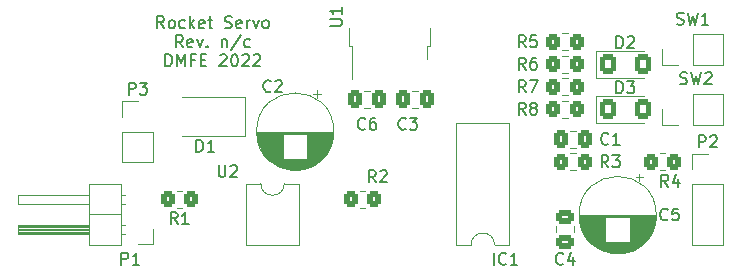
<source format=gto>
G04 #@! TF.GenerationSoftware,KiCad,Pcbnew,(6.0.7-1)-1*
G04 #@! TF.CreationDate,2022-09-25T23:08:59-07:00*
G04 #@! TF.ProjectId,RCSMCtrl,5243534d-4374-4726-9c2e-6b696361645f,n/c*
G04 #@! TF.SameCoordinates,Original*
G04 #@! TF.FileFunction,Legend,Top*
G04 #@! TF.FilePolarity,Positive*
%FSLAX46Y46*%
G04 Gerber Fmt 4.6, Leading zero omitted, Abs format (unit mm)*
G04 Created by KiCad (PCBNEW (6.0.7-1)-1) date 2022-09-25 23:08:59*
%MOMM*%
%LPD*%
G01*
G04 APERTURE LIST*
G04 Aperture macros list*
%AMRoundRect*
0 Rectangle with rounded corners*
0 $1 Rounding radius*
0 $2 $3 $4 $5 $6 $7 $8 $9 X,Y pos of 4 corners*
0 Add a 4 corners polygon primitive as box body*
4,1,4,$2,$3,$4,$5,$6,$7,$8,$9,$2,$3,0*
0 Add four circle primitives for the rounded corners*
1,1,$1+$1,$2,$3*
1,1,$1+$1,$4,$5*
1,1,$1+$1,$6,$7*
1,1,$1+$1,$8,$9*
0 Add four rect primitives between the rounded corners*
20,1,$1+$1,$2,$3,$4,$5,0*
20,1,$1+$1,$4,$5,$6,$7,0*
20,1,$1+$1,$6,$7,$8,$9,0*
20,1,$1+$1,$8,$9,$2,$3,0*%
G04 Aperture macros list end*
%ADD10C,0.150000*%
%ADD11C,0.120000*%
%ADD12RoundRect,0.250000X0.350000X0.450000X-0.350000X0.450000X-0.350000X-0.450000X0.350000X-0.450000X0*%
%ADD13R,2.500000X1.800000*%
%ADD14RoundRect,0.250000X-0.337500X-0.475000X0.337500X-0.475000X0.337500X0.475000X-0.337500X0.475000X0*%
%ADD15R,1.700000X1.700000*%
%ADD16O,1.700000X1.700000*%
%ADD17RoundRect,0.250001X-0.462499X-0.624999X0.462499X-0.624999X0.462499X0.624999X-0.462499X0.624999X0*%
%ADD18R,1.200000X2.200000*%
%ADD19R,5.800000X6.400000*%
%ADD20R,1.600000X1.600000*%
%ADD21C,1.600000*%
%ADD22C,3.200000*%
%ADD23RoundRect,0.250000X0.337500X0.475000X-0.337500X0.475000X-0.337500X-0.475000X0.337500X-0.475000X0*%
%ADD24R,2.400000X1.600000*%
%ADD25O,2.400000X1.600000*%
%ADD26RoundRect,0.250000X-0.475000X0.337500X-0.475000X-0.337500X0.475000X-0.337500X0.475000X0.337500X0*%
G04 APERTURE END LIST*
D10*
X96845952Y-76947380D02*
X96512619Y-76471190D01*
X96274523Y-76947380D02*
X96274523Y-75947380D01*
X96655476Y-75947380D01*
X96750714Y-75995000D01*
X96798333Y-76042619D01*
X96845952Y-76137857D01*
X96845952Y-76280714D01*
X96798333Y-76375952D01*
X96750714Y-76423571D01*
X96655476Y-76471190D01*
X96274523Y-76471190D01*
X97417380Y-76947380D02*
X97322142Y-76899761D01*
X97274523Y-76852142D01*
X97226904Y-76756904D01*
X97226904Y-76471190D01*
X97274523Y-76375952D01*
X97322142Y-76328333D01*
X97417380Y-76280714D01*
X97560238Y-76280714D01*
X97655476Y-76328333D01*
X97703095Y-76375952D01*
X97750714Y-76471190D01*
X97750714Y-76756904D01*
X97703095Y-76852142D01*
X97655476Y-76899761D01*
X97560238Y-76947380D01*
X97417380Y-76947380D01*
X98607857Y-76899761D02*
X98512619Y-76947380D01*
X98322142Y-76947380D01*
X98226904Y-76899761D01*
X98179285Y-76852142D01*
X98131666Y-76756904D01*
X98131666Y-76471190D01*
X98179285Y-76375952D01*
X98226904Y-76328333D01*
X98322142Y-76280714D01*
X98512619Y-76280714D01*
X98607857Y-76328333D01*
X99036428Y-76947380D02*
X99036428Y-75947380D01*
X99131666Y-76566428D02*
X99417380Y-76947380D01*
X99417380Y-76280714D02*
X99036428Y-76661666D01*
X100226904Y-76899761D02*
X100131666Y-76947380D01*
X99941190Y-76947380D01*
X99845952Y-76899761D01*
X99798333Y-76804523D01*
X99798333Y-76423571D01*
X99845952Y-76328333D01*
X99941190Y-76280714D01*
X100131666Y-76280714D01*
X100226904Y-76328333D01*
X100274523Y-76423571D01*
X100274523Y-76518809D01*
X99798333Y-76614047D01*
X100560238Y-76280714D02*
X100941190Y-76280714D01*
X100703095Y-75947380D02*
X100703095Y-76804523D01*
X100750714Y-76899761D01*
X100845952Y-76947380D01*
X100941190Y-76947380D01*
X101988809Y-76899761D02*
X102131666Y-76947380D01*
X102369761Y-76947380D01*
X102465000Y-76899761D01*
X102512619Y-76852142D01*
X102560238Y-76756904D01*
X102560238Y-76661666D01*
X102512619Y-76566428D01*
X102465000Y-76518809D01*
X102369761Y-76471190D01*
X102179285Y-76423571D01*
X102084047Y-76375952D01*
X102036428Y-76328333D01*
X101988809Y-76233095D01*
X101988809Y-76137857D01*
X102036428Y-76042619D01*
X102084047Y-75995000D01*
X102179285Y-75947380D01*
X102417380Y-75947380D01*
X102560238Y-75995000D01*
X103369761Y-76899761D02*
X103274523Y-76947380D01*
X103084047Y-76947380D01*
X102988809Y-76899761D01*
X102941190Y-76804523D01*
X102941190Y-76423571D01*
X102988809Y-76328333D01*
X103084047Y-76280714D01*
X103274523Y-76280714D01*
X103369761Y-76328333D01*
X103417380Y-76423571D01*
X103417380Y-76518809D01*
X102941190Y-76614047D01*
X103845952Y-76947380D02*
X103845952Y-76280714D01*
X103845952Y-76471190D02*
X103893571Y-76375952D01*
X103941190Y-76328333D01*
X104036428Y-76280714D01*
X104131666Y-76280714D01*
X104369761Y-76280714D02*
X104607857Y-76947380D01*
X104845952Y-76280714D01*
X105369761Y-76947380D02*
X105274523Y-76899761D01*
X105226904Y-76852142D01*
X105179285Y-76756904D01*
X105179285Y-76471190D01*
X105226904Y-76375952D01*
X105274523Y-76328333D01*
X105369761Y-76280714D01*
X105512619Y-76280714D01*
X105607857Y-76328333D01*
X105655476Y-76375952D01*
X105703095Y-76471190D01*
X105703095Y-76756904D01*
X105655476Y-76852142D01*
X105607857Y-76899761D01*
X105512619Y-76947380D01*
X105369761Y-76947380D01*
X98441190Y-78557380D02*
X98107857Y-78081190D01*
X97869761Y-78557380D02*
X97869761Y-77557380D01*
X98250714Y-77557380D01*
X98345952Y-77605000D01*
X98393571Y-77652619D01*
X98441190Y-77747857D01*
X98441190Y-77890714D01*
X98393571Y-77985952D01*
X98345952Y-78033571D01*
X98250714Y-78081190D01*
X97869761Y-78081190D01*
X99250714Y-78509761D02*
X99155476Y-78557380D01*
X98965000Y-78557380D01*
X98869761Y-78509761D01*
X98822142Y-78414523D01*
X98822142Y-78033571D01*
X98869761Y-77938333D01*
X98965000Y-77890714D01*
X99155476Y-77890714D01*
X99250714Y-77938333D01*
X99298333Y-78033571D01*
X99298333Y-78128809D01*
X98822142Y-78224047D01*
X99631666Y-77890714D02*
X99869761Y-78557380D01*
X100107857Y-77890714D01*
X100488809Y-78462142D02*
X100536428Y-78509761D01*
X100488809Y-78557380D01*
X100441190Y-78509761D01*
X100488809Y-78462142D01*
X100488809Y-78557380D01*
X101726904Y-77890714D02*
X101726904Y-78557380D01*
X101726904Y-77985952D02*
X101774523Y-77938333D01*
X101869761Y-77890714D01*
X102012619Y-77890714D01*
X102107857Y-77938333D01*
X102155476Y-78033571D01*
X102155476Y-78557380D01*
X103345952Y-77509761D02*
X102488809Y-78795476D01*
X104107857Y-78509761D02*
X104012619Y-78557380D01*
X103822142Y-78557380D01*
X103726904Y-78509761D01*
X103679285Y-78462142D01*
X103631666Y-78366904D01*
X103631666Y-78081190D01*
X103679285Y-77985952D01*
X103726904Y-77938333D01*
X103822142Y-77890714D01*
X104012619Y-77890714D01*
X104107857Y-77938333D01*
X96965000Y-80167380D02*
X96965000Y-79167380D01*
X97203095Y-79167380D01*
X97345952Y-79215000D01*
X97441190Y-79310238D01*
X97488809Y-79405476D01*
X97536428Y-79595952D01*
X97536428Y-79738809D01*
X97488809Y-79929285D01*
X97441190Y-80024523D01*
X97345952Y-80119761D01*
X97203095Y-80167380D01*
X96965000Y-80167380D01*
X97965000Y-80167380D02*
X97965000Y-79167380D01*
X98298333Y-79881666D01*
X98631666Y-79167380D01*
X98631666Y-80167380D01*
X99441190Y-79643571D02*
X99107857Y-79643571D01*
X99107857Y-80167380D02*
X99107857Y-79167380D01*
X99584047Y-79167380D01*
X99965000Y-79643571D02*
X100298333Y-79643571D01*
X100441190Y-80167380D02*
X99965000Y-80167380D01*
X99965000Y-79167380D01*
X100441190Y-79167380D01*
X101584047Y-79262619D02*
X101631666Y-79215000D01*
X101726904Y-79167380D01*
X101965000Y-79167380D01*
X102060238Y-79215000D01*
X102107857Y-79262619D01*
X102155476Y-79357857D01*
X102155476Y-79453095D01*
X102107857Y-79595952D01*
X101536428Y-80167380D01*
X102155476Y-80167380D01*
X102774523Y-79167380D02*
X102869761Y-79167380D01*
X102965000Y-79215000D01*
X103012619Y-79262619D01*
X103060238Y-79357857D01*
X103107857Y-79548333D01*
X103107857Y-79786428D01*
X103060238Y-79976904D01*
X103012619Y-80072142D01*
X102965000Y-80119761D01*
X102869761Y-80167380D01*
X102774523Y-80167380D01*
X102679285Y-80119761D01*
X102631666Y-80072142D01*
X102584047Y-79976904D01*
X102536428Y-79786428D01*
X102536428Y-79548333D01*
X102584047Y-79357857D01*
X102631666Y-79262619D01*
X102679285Y-79215000D01*
X102774523Y-79167380D01*
X103488809Y-79262619D02*
X103536428Y-79215000D01*
X103631666Y-79167380D01*
X103869761Y-79167380D01*
X103965000Y-79215000D01*
X104012619Y-79262619D01*
X104060238Y-79357857D01*
X104060238Y-79453095D01*
X104012619Y-79595952D01*
X103441190Y-80167380D01*
X104060238Y-80167380D01*
X104441190Y-79262619D02*
X104488809Y-79215000D01*
X104584047Y-79167380D01*
X104822142Y-79167380D01*
X104917380Y-79215000D01*
X104965000Y-79262619D01*
X105012619Y-79357857D01*
X105012619Y-79453095D01*
X104965000Y-79595952D01*
X104393571Y-80167380D01*
X105012619Y-80167380D01*
X127468333Y-80462380D02*
X127135000Y-79986190D01*
X126896904Y-80462380D02*
X126896904Y-79462380D01*
X127277857Y-79462380D01*
X127373095Y-79510000D01*
X127420714Y-79557619D01*
X127468333Y-79652857D01*
X127468333Y-79795714D01*
X127420714Y-79890952D01*
X127373095Y-79938571D01*
X127277857Y-79986190D01*
X126896904Y-79986190D01*
X128325476Y-79462380D02*
X128135000Y-79462380D01*
X128039761Y-79510000D01*
X127992142Y-79557619D01*
X127896904Y-79700476D01*
X127849285Y-79890952D01*
X127849285Y-80271904D01*
X127896904Y-80367142D01*
X127944523Y-80414761D01*
X128039761Y-80462380D01*
X128230238Y-80462380D01*
X128325476Y-80414761D01*
X128373095Y-80367142D01*
X128420714Y-80271904D01*
X128420714Y-80033809D01*
X128373095Y-79938571D01*
X128325476Y-79890952D01*
X128230238Y-79843333D01*
X128039761Y-79843333D01*
X127944523Y-79890952D01*
X127896904Y-79938571D01*
X127849285Y-80033809D01*
X99591904Y-87407380D02*
X99591904Y-86407380D01*
X99830000Y-86407380D01*
X99972857Y-86455000D01*
X100068095Y-86550238D01*
X100115714Y-86645476D01*
X100163333Y-86835952D01*
X100163333Y-86978809D01*
X100115714Y-87169285D01*
X100068095Y-87264523D01*
X99972857Y-87359761D01*
X99830000Y-87407380D01*
X99591904Y-87407380D01*
X101115714Y-87407380D02*
X100544285Y-87407380D01*
X100830000Y-87407380D02*
X100830000Y-86407380D01*
X100734761Y-86550238D01*
X100639523Y-86645476D01*
X100544285Y-86693095D01*
X113878333Y-85447142D02*
X113830714Y-85494761D01*
X113687857Y-85542380D01*
X113592619Y-85542380D01*
X113449761Y-85494761D01*
X113354523Y-85399523D01*
X113306904Y-85304285D01*
X113259285Y-85113809D01*
X113259285Y-84970952D01*
X113306904Y-84780476D01*
X113354523Y-84685238D01*
X113449761Y-84590000D01*
X113592619Y-84542380D01*
X113687857Y-84542380D01*
X113830714Y-84590000D01*
X113878333Y-84637619D01*
X114735476Y-84542380D02*
X114545000Y-84542380D01*
X114449761Y-84590000D01*
X114402142Y-84637619D01*
X114306904Y-84780476D01*
X114259285Y-84970952D01*
X114259285Y-85351904D01*
X114306904Y-85447142D01*
X114354523Y-85494761D01*
X114449761Y-85542380D01*
X114640238Y-85542380D01*
X114735476Y-85494761D01*
X114783095Y-85447142D01*
X114830714Y-85351904D01*
X114830714Y-85113809D01*
X114783095Y-85018571D01*
X114735476Y-84970952D01*
X114640238Y-84923333D01*
X114449761Y-84923333D01*
X114354523Y-84970952D01*
X114306904Y-85018571D01*
X114259285Y-85113809D01*
X93876904Y-82572380D02*
X93876904Y-81572380D01*
X94257857Y-81572380D01*
X94353095Y-81620000D01*
X94400714Y-81667619D01*
X94448333Y-81762857D01*
X94448333Y-81905714D01*
X94400714Y-82000952D01*
X94353095Y-82048571D01*
X94257857Y-82096190D01*
X93876904Y-82096190D01*
X94781666Y-81572380D02*
X95400714Y-81572380D01*
X95067380Y-81953333D01*
X95210238Y-81953333D01*
X95305476Y-82000952D01*
X95353095Y-82048571D01*
X95400714Y-82143809D01*
X95400714Y-82381904D01*
X95353095Y-82477142D01*
X95305476Y-82524761D01*
X95210238Y-82572380D01*
X94924523Y-82572380D01*
X94829285Y-82524761D01*
X94781666Y-82477142D01*
X135151904Y-82452380D02*
X135151904Y-81452380D01*
X135390000Y-81452380D01*
X135532857Y-81500000D01*
X135628095Y-81595238D01*
X135675714Y-81690476D01*
X135723333Y-81880952D01*
X135723333Y-82023809D01*
X135675714Y-82214285D01*
X135628095Y-82309523D01*
X135532857Y-82404761D01*
X135390000Y-82452380D01*
X135151904Y-82452380D01*
X136056666Y-81452380D02*
X136675714Y-81452380D01*
X136342380Y-81833333D01*
X136485238Y-81833333D01*
X136580476Y-81880952D01*
X136628095Y-81928571D01*
X136675714Y-82023809D01*
X136675714Y-82261904D01*
X136628095Y-82357142D01*
X136580476Y-82404761D01*
X136485238Y-82452380D01*
X136199523Y-82452380D01*
X136104285Y-82404761D01*
X136056666Y-82357142D01*
X139533333Y-90367380D02*
X139200000Y-89891190D01*
X138961904Y-90367380D02*
X138961904Y-89367380D01*
X139342857Y-89367380D01*
X139438095Y-89415000D01*
X139485714Y-89462619D01*
X139533333Y-89557857D01*
X139533333Y-89700714D01*
X139485714Y-89795952D01*
X139438095Y-89843571D01*
X139342857Y-89891190D01*
X138961904Y-89891190D01*
X140390476Y-89700714D02*
X140390476Y-90367380D01*
X140152380Y-89319761D02*
X139914285Y-90034047D01*
X140533333Y-90034047D01*
X127468333Y-78557380D02*
X127135000Y-78081190D01*
X126896904Y-78557380D02*
X126896904Y-77557380D01*
X127277857Y-77557380D01*
X127373095Y-77605000D01*
X127420714Y-77652619D01*
X127468333Y-77747857D01*
X127468333Y-77890714D01*
X127420714Y-77985952D01*
X127373095Y-78033571D01*
X127277857Y-78081190D01*
X126896904Y-78081190D01*
X128373095Y-77557380D02*
X127896904Y-77557380D01*
X127849285Y-78033571D01*
X127896904Y-77985952D01*
X127992142Y-77938333D01*
X128230238Y-77938333D01*
X128325476Y-77985952D01*
X128373095Y-78033571D01*
X128420714Y-78128809D01*
X128420714Y-78366904D01*
X128373095Y-78462142D01*
X128325476Y-78509761D01*
X128230238Y-78557380D01*
X127992142Y-78557380D01*
X127896904Y-78509761D01*
X127849285Y-78462142D01*
X110902380Y-76751904D02*
X111711904Y-76751904D01*
X111807142Y-76704285D01*
X111854761Y-76656666D01*
X111902380Y-76561428D01*
X111902380Y-76370952D01*
X111854761Y-76275714D01*
X111807142Y-76228095D01*
X111711904Y-76180476D01*
X110902380Y-76180476D01*
X111902380Y-75180476D02*
X111902380Y-75751904D01*
X111902380Y-75466190D02*
X110902380Y-75466190D01*
X111045238Y-75561428D01*
X111140476Y-75656666D01*
X111188095Y-75751904D01*
X135151904Y-78642380D02*
X135151904Y-77642380D01*
X135390000Y-77642380D01*
X135532857Y-77690000D01*
X135628095Y-77785238D01*
X135675714Y-77880476D01*
X135723333Y-78070952D01*
X135723333Y-78213809D01*
X135675714Y-78404285D01*
X135628095Y-78499523D01*
X135532857Y-78594761D01*
X135390000Y-78642380D01*
X135151904Y-78642380D01*
X136104285Y-77737619D02*
X136151904Y-77690000D01*
X136247142Y-77642380D01*
X136485238Y-77642380D01*
X136580476Y-77690000D01*
X136628095Y-77737619D01*
X136675714Y-77832857D01*
X136675714Y-77928095D01*
X136628095Y-78070952D01*
X136056666Y-78642380D01*
X136675714Y-78642380D01*
X134468333Y-88717380D02*
X134135000Y-88241190D01*
X133896904Y-88717380D02*
X133896904Y-87717380D01*
X134277857Y-87717380D01*
X134373095Y-87765000D01*
X134420714Y-87812619D01*
X134468333Y-87907857D01*
X134468333Y-88050714D01*
X134420714Y-88145952D01*
X134373095Y-88193571D01*
X134277857Y-88241190D01*
X133896904Y-88241190D01*
X134801666Y-87717380D02*
X135420714Y-87717380D01*
X135087380Y-88098333D01*
X135230238Y-88098333D01*
X135325476Y-88145952D01*
X135373095Y-88193571D01*
X135420714Y-88288809D01*
X135420714Y-88526904D01*
X135373095Y-88622142D01*
X135325476Y-88669761D01*
X135230238Y-88717380D01*
X134944523Y-88717380D01*
X134849285Y-88669761D01*
X134801666Y-88622142D01*
X139488333Y-93134763D02*
X139440714Y-93182382D01*
X139297857Y-93230001D01*
X139202619Y-93230001D01*
X139059761Y-93182382D01*
X138964523Y-93087144D01*
X138916904Y-92991906D01*
X138869285Y-92801430D01*
X138869285Y-92658573D01*
X138916904Y-92468097D01*
X138964523Y-92372859D01*
X139059761Y-92277621D01*
X139202619Y-92230001D01*
X139297857Y-92230001D01*
X139440714Y-92277621D01*
X139488333Y-92325240D01*
X140393095Y-92230001D02*
X139916904Y-92230001D01*
X139869285Y-92706192D01*
X139916904Y-92658573D01*
X140012142Y-92610954D01*
X140250238Y-92610954D01*
X140345476Y-92658573D01*
X140393095Y-92706192D01*
X140440714Y-92801430D01*
X140440714Y-93039525D01*
X140393095Y-93134763D01*
X140345476Y-93182382D01*
X140250238Y-93230001D01*
X140012142Y-93230001D01*
X139916904Y-93182382D01*
X139869285Y-93134763D01*
X142136904Y-87037380D02*
X142136904Y-86037380D01*
X142517857Y-86037380D01*
X142613095Y-86085000D01*
X142660714Y-86132619D01*
X142708333Y-86227857D01*
X142708333Y-86370714D01*
X142660714Y-86465952D01*
X142613095Y-86513571D01*
X142517857Y-86561190D01*
X142136904Y-86561190D01*
X143089285Y-86132619D02*
X143136904Y-86085000D01*
X143232142Y-86037380D01*
X143470238Y-86037380D01*
X143565476Y-86085000D01*
X143613095Y-86132619D01*
X143660714Y-86227857D01*
X143660714Y-86323095D01*
X143613095Y-86465952D01*
X143041666Y-87037380D01*
X143660714Y-87037380D01*
X140266666Y-76604761D02*
X140409523Y-76652380D01*
X140647619Y-76652380D01*
X140742857Y-76604761D01*
X140790476Y-76557142D01*
X140838095Y-76461904D01*
X140838095Y-76366666D01*
X140790476Y-76271428D01*
X140742857Y-76223809D01*
X140647619Y-76176190D01*
X140457142Y-76128571D01*
X140361904Y-76080952D01*
X140314285Y-76033333D01*
X140266666Y-75938095D01*
X140266666Y-75842857D01*
X140314285Y-75747619D01*
X140361904Y-75700000D01*
X140457142Y-75652380D01*
X140695238Y-75652380D01*
X140838095Y-75700000D01*
X141171428Y-75652380D02*
X141409523Y-76652380D01*
X141600000Y-75938095D01*
X141790476Y-76652380D01*
X142028571Y-75652380D01*
X142933333Y-76652380D02*
X142361904Y-76652380D01*
X142647619Y-76652380D02*
X142647619Y-75652380D01*
X142552380Y-75795238D01*
X142457142Y-75890476D01*
X142361904Y-75938095D01*
X140556666Y-81639761D02*
X140699523Y-81687380D01*
X140937619Y-81687380D01*
X141032857Y-81639761D01*
X141080476Y-81592142D01*
X141128095Y-81496904D01*
X141128095Y-81401666D01*
X141080476Y-81306428D01*
X141032857Y-81258809D01*
X140937619Y-81211190D01*
X140747142Y-81163571D01*
X140651904Y-81115952D01*
X140604285Y-81068333D01*
X140556666Y-80973095D01*
X140556666Y-80877857D01*
X140604285Y-80782619D01*
X140651904Y-80735000D01*
X140747142Y-80687380D01*
X140985238Y-80687380D01*
X141128095Y-80735000D01*
X141461428Y-80687380D02*
X141699523Y-81687380D01*
X141890000Y-80973095D01*
X142080476Y-81687380D01*
X142318571Y-80687380D01*
X142651904Y-80782619D02*
X142699523Y-80735000D01*
X142794761Y-80687380D01*
X143032857Y-80687380D01*
X143128095Y-80735000D01*
X143175714Y-80782619D01*
X143223333Y-80877857D01*
X143223333Y-80973095D01*
X143175714Y-81115952D01*
X142604285Y-81687380D01*
X143223333Y-81687380D01*
X117308333Y-85447142D02*
X117260714Y-85494761D01*
X117117857Y-85542380D01*
X117022619Y-85542380D01*
X116879761Y-85494761D01*
X116784523Y-85399523D01*
X116736904Y-85304285D01*
X116689285Y-85113809D01*
X116689285Y-84970952D01*
X116736904Y-84780476D01*
X116784523Y-84685238D01*
X116879761Y-84590000D01*
X117022619Y-84542380D01*
X117117857Y-84542380D01*
X117260714Y-84590000D01*
X117308333Y-84637619D01*
X117641666Y-84542380D02*
X118260714Y-84542380D01*
X117927380Y-84923333D01*
X118070238Y-84923333D01*
X118165476Y-84970952D01*
X118213095Y-85018571D01*
X118260714Y-85113809D01*
X118260714Y-85351904D01*
X118213095Y-85447142D01*
X118165476Y-85494761D01*
X118070238Y-85542380D01*
X117784523Y-85542380D01*
X117689285Y-85494761D01*
X117641666Y-85447142D01*
X134468333Y-86717142D02*
X134420714Y-86764761D01*
X134277857Y-86812380D01*
X134182619Y-86812380D01*
X134039761Y-86764761D01*
X133944523Y-86669523D01*
X133896904Y-86574285D01*
X133849285Y-86383809D01*
X133849285Y-86240952D01*
X133896904Y-86050476D01*
X133944523Y-85955238D01*
X134039761Y-85860000D01*
X134182619Y-85812380D01*
X134277857Y-85812380D01*
X134420714Y-85860000D01*
X134468333Y-85907619D01*
X135420714Y-86812380D02*
X134849285Y-86812380D01*
X135135000Y-86812380D02*
X135135000Y-85812380D01*
X135039761Y-85955238D01*
X134944523Y-86050476D01*
X134849285Y-86098095D01*
X101473095Y-88557380D02*
X101473095Y-89366904D01*
X101520714Y-89462142D01*
X101568333Y-89509761D01*
X101663571Y-89557380D01*
X101854047Y-89557380D01*
X101949285Y-89509761D01*
X101996904Y-89462142D01*
X102044523Y-89366904D01*
X102044523Y-88557380D01*
X102473095Y-88652619D02*
X102520714Y-88605000D01*
X102615952Y-88557380D01*
X102854047Y-88557380D01*
X102949285Y-88605000D01*
X102996904Y-88652619D01*
X103044523Y-88747857D01*
X103044523Y-88843095D01*
X102996904Y-88985952D01*
X102425476Y-89557380D01*
X103044523Y-89557380D01*
X93241904Y-96972380D02*
X93241904Y-95972380D01*
X93622857Y-95972380D01*
X93718095Y-96020000D01*
X93765714Y-96067619D01*
X93813333Y-96162857D01*
X93813333Y-96305714D01*
X93765714Y-96400952D01*
X93718095Y-96448571D01*
X93622857Y-96496190D01*
X93241904Y-96496190D01*
X94765714Y-96972380D02*
X94194285Y-96972380D01*
X94480000Y-96972380D02*
X94480000Y-95972380D01*
X94384761Y-96115238D01*
X94289523Y-96210476D01*
X94194285Y-96258095D01*
X130643333Y-96877142D02*
X130595714Y-96924761D01*
X130452857Y-96972380D01*
X130357619Y-96972380D01*
X130214761Y-96924761D01*
X130119523Y-96829523D01*
X130071904Y-96734285D01*
X130024285Y-96543809D01*
X130024285Y-96400952D01*
X130071904Y-96210476D01*
X130119523Y-96115238D01*
X130214761Y-96020000D01*
X130357619Y-95972380D01*
X130452857Y-95972380D01*
X130595714Y-96020000D01*
X130643333Y-96067619D01*
X131500476Y-96305714D02*
X131500476Y-96972380D01*
X131262380Y-95924761D02*
X131024285Y-96639047D01*
X131643333Y-96639047D01*
X127468333Y-82367380D02*
X127135000Y-81891190D01*
X126896904Y-82367380D02*
X126896904Y-81367380D01*
X127277857Y-81367380D01*
X127373095Y-81415000D01*
X127420714Y-81462619D01*
X127468333Y-81557857D01*
X127468333Y-81700714D01*
X127420714Y-81795952D01*
X127373095Y-81843571D01*
X127277857Y-81891190D01*
X126896904Y-81891190D01*
X127801666Y-81367380D02*
X128468333Y-81367380D01*
X128039761Y-82367380D01*
X114768333Y-89987380D02*
X114435000Y-89511190D01*
X114196904Y-89987380D02*
X114196904Y-88987380D01*
X114577857Y-88987380D01*
X114673095Y-89035000D01*
X114720714Y-89082619D01*
X114768333Y-89177857D01*
X114768333Y-89320714D01*
X114720714Y-89415952D01*
X114673095Y-89463571D01*
X114577857Y-89511190D01*
X114196904Y-89511190D01*
X115149285Y-89082619D02*
X115196904Y-89035000D01*
X115292142Y-88987380D01*
X115530238Y-88987380D01*
X115625476Y-89035000D01*
X115673095Y-89082619D01*
X115720714Y-89177857D01*
X115720714Y-89273095D01*
X115673095Y-89415952D01*
X115101666Y-89987380D01*
X115720714Y-89987380D01*
X97988333Y-93542380D02*
X97655000Y-93066190D01*
X97416904Y-93542380D02*
X97416904Y-92542380D01*
X97797857Y-92542380D01*
X97893095Y-92590000D01*
X97940714Y-92637619D01*
X97988333Y-92732857D01*
X97988333Y-92875714D01*
X97940714Y-92970952D01*
X97893095Y-93018571D01*
X97797857Y-93066190D01*
X97416904Y-93066190D01*
X98940714Y-93542380D02*
X98369285Y-93542380D01*
X98655000Y-93542380D02*
X98655000Y-92542380D01*
X98559761Y-92685238D01*
X98464523Y-92780476D01*
X98369285Y-92828095D01*
X124753809Y-96972380D02*
X124753809Y-95972380D01*
X125801428Y-96877142D02*
X125753809Y-96924761D01*
X125610952Y-96972380D01*
X125515714Y-96972380D01*
X125372857Y-96924761D01*
X125277619Y-96829523D01*
X125230000Y-96734285D01*
X125182380Y-96543809D01*
X125182380Y-96400952D01*
X125230000Y-96210476D01*
X125277619Y-96115238D01*
X125372857Y-96020000D01*
X125515714Y-95972380D01*
X125610952Y-95972380D01*
X125753809Y-96020000D01*
X125801428Y-96067619D01*
X126753809Y-96972380D02*
X126182380Y-96972380D01*
X126468095Y-96972380D02*
X126468095Y-95972380D01*
X126372857Y-96115238D01*
X126277619Y-96210476D01*
X126182380Y-96258095D01*
X105878333Y-82272142D02*
X105830714Y-82319761D01*
X105687857Y-82367380D01*
X105592619Y-82367380D01*
X105449761Y-82319761D01*
X105354523Y-82224523D01*
X105306904Y-82129285D01*
X105259285Y-81938809D01*
X105259285Y-81795952D01*
X105306904Y-81605476D01*
X105354523Y-81510238D01*
X105449761Y-81415000D01*
X105592619Y-81367380D01*
X105687857Y-81367380D01*
X105830714Y-81415000D01*
X105878333Y-81462619D01*
X106259285Y-81462619D02*
X106306904Y-81415000D01*
X106402142Y-81367380D01*
X106640238Y-81367380D01*
X106735476Y-81415000D01*
X106783095Y-81462619D01*
X106830714Y-81557857D01*
X106830714Y-81653095D01*
X106783095Y-81795952D01*
X106211666Y-82367380D01*
X106830714Y-82367380D01*
X127468333Y-84272380D02*
X127135000Y-83796190D01*
X126896904Y-84272380D02*
X126896904Y-83272380D01*
X127277857Y-83272380D01*
X127373095Y-83320000D01*
X127420714Y-83367619D01*
X127468333Y-83462857D01*
X127468333Y-83605714D01*
X127420714Y-83700952D01*
X127373095Y-83748571D01*
X127277857Y-83796190D01*
X126896904Y-83796190D01*
X128039761Y-83700952D02*
X127944523Y-83653333D01*
X127896904Y-83605714D01*
X127849285Y-83510476D01*
X127849285Y-83462857D01*
X127896904Y-83367619D01*
X127944523Y-83320000D01*
X128039761Y-83272380D01*
X128230238Y-83272380D01*
X128325476Y-83320000D01*
X128373095Y-83367619D01*
X128420714Y-83462857D01*
X128420714Y-83510476D01*
X128373095Y-83605714D01*
X128325476Y-83653333D01*
X128230238Y-83700952D01*
X128039761Y-83700952D01*
X127944523Y-83748571D01*
X127896904Y-83796190D01*
X127849285Y-83891428D01*
X127849285Y-84081904D01*
X127896904Y-84177142D01*
X127944523Y-84224761D01*
X128039761Y-84272380D01*
X128230238Y-84272380D01*
X128325476Y-84224761D01*
X128373095Y-84177142D01*
X128420714Y-84081904D01*
X128420714Y-83891428D01*
X128373095Y-83796190D01*
X128325476Y-83748571D01*
X128230238Y-83700952D01*
D11*
X131037064Y-80745000D02*
X130582936Y-80745000D01*
X131037064Y-79275000D02*
X130582936Y-79275000D01*
X103730000Y-86105000D02*
X98330000Y-86105000D01*
X103730000Y-82805000D02*
X98330000Y-82805000D01*
X103730000Y-86105000D02*
X103730000Y-82805000D01*
X113783748Y-82240000D02*
X114306252Y-82240000D01*
X113783748Y-83710000D02*
X114306252Y-83710000D01*
X93285000Y-84450000D02*
X93285000Y-83120000D01*
X95945000Y-85720000D02*
X95945000Y-88320000D01*
X93285000Y-85720000D02*
X93285000Y-88320000D01*
X93285000Y-88320000D02*
X95945000Y-88320000D01*
X93285000Y-83120000D02*
X94615000Y-83120000D01*
X93285000Y-85720000D02*
X95945000Y-85720000D01*
X137490000Y-82685000D02*
X133430000Y-82685000D01*
X133430000Y-82685000D02*
X133430000Y-84955000D01*
X133430000Y-84955000D02*
X137490000Y-84955000D01*
X139292064Y-87530000D02*
X138837936Y-87530000D01*
X139292064Y-89000000D02*
X138837936Y-89000000D01*
X131037064Y-77370000D02*
X130582936Y-77370000D01*
X131037064Y-78840000D02*
X130582936Y-78840000D01*
X119130000Y-78460000D02*
X119130000Y-79560000D01*
X112500000Y-78460000D02*
X112770000Y-78460000D01*
X119400000Y-78460000D02*
X119130000Y-78460000D01*
X112770000Y-78460000D02*
X112770000Y-81290000D01*
X112500000Y-76960000D02*
X112500000Y-78460000D01*
X119400000Y-76960000D02*
X119400000Y-78460000D01*
X133430000Y-81145000D02*
X137490000Y-81145000D01*
X137490000Y-78875000D02*
X133430000Y-78875000D01*
X133430000Y-78875000D02*
X133430000Y-81145000D01*
X131687064Y-87530000D02*
X131232936Y-87530000D01*
X131687064Y-89000000D02*
X131232936Y-89000000D01*
X137409000Y-89592380D02*
X136779000Y-89592380D01*
X137997000Y-94498621D02*
X136295000Y-94498621D01*
X138466000Y-93137621D02*
X136295000Y-93137621D01*
X136314000Y-95858621D02*
X134196000Y-95858621D01*
X134215000Y-93137621D02*
X132044000Y-93137621D01*
X138341000Y-93738621D02*
X136295000Y-93738621D01*
X138316000Y-93818621D02*
X136295000Y-93818621D01*
X138437000Y-93337621D02*
X136295000Y-93337621D01*
X134215000Y-94298621D02*
X132399000Y-94298621D01*
X138483000Y-92897621D02*
X132027000Y-92897621D01*
X134215000Y-93257621D02*
X132060000Y-93257621D01*
X134215000Y-94378621D02*
X132443000Y-94378621D01*
X137891000Y-94658621D02*
X136295000Y-94658621D01*
X134215000Y-94698621D02*
X132648000Y-94698621D01*
X138485000Y-92857621D02*
X132025000Y-92857621D01*
X137560000Y-95058621D02*
X136295000Y-95058621D01*
X137945000Y-94578621D02*
X136295000Y-94578621D01*
X138479000Y-92977621D02*
X132031000Y-92977621D01*
X134215000Y-94938621D02*
X132839000Y-94938621D01*
X138045000Y-94418621D02*
X136295000Y-94418621D01*
X137437000Y-95178621D02*
X133073000Y-95178621D01*
X137479000Y-95138621D02*
X133031000Y-95138621D01*
X137089000Y-95458621D02*
X133421000Y-95458621D01*
X134215000Y-93778621D02*
X132181000Y-93778621D01*
X136195000Y-95898621D02*
X134315000Y-95898621D01*
X135657000Y-96018621D02*
X134853000Y-96018621D01*
X137739000Y-94858621D02*
X136295000Y-94858621D01*
X136764000Y-95658621D02*
X133746000Y-95658621D01*
X138365000Y-93658621D02*
X136295000Y-93658621D01*
X137392000Y-95218621D02*
X133118000Y-95218621D01*
X134215000Y-94178621D02*
X132339000Y-94178621D01*
X138302000Y-93858621D02*
X136295000Y-93858621D01*
X138414000Y-93457621D02*
X136295000Y-93457621D01*
X138353000Y-93698621D02*
X136295000Y-93698621D01*
X138422000Y-93417621D02*
X136295000Y-93417621D01*
X134215000Y-94578621D02*
X132565000Y-94578621D01*
X137598000Y-95018621D02*
X136295000Y-95018621D01*
X138089000Y-94338621D02*
X136295000Y-94338621D01*
X134215000Y-93738621D02*
X132169000Y-93738621D01*
X134215000Y-93498621D02*
X132105000Y-93498621D01*
X136517000Y-95778621D02*
X133993000Y-95778621D01*
X134215000Y-93097621D02*
X132040000Y-93097621D01*
X136836000Y-95618621D02*
X133674000Y-95618621D01*
X138171000Y-94178621D02*
X136295000Y-94178621D01*
X134215000Y-94058621D02*
X132285000Y-94058621D01*
X136969000Y-95538621D02*
X133541000Y-95538621D01*
X134215000Y-95058621D02*
X132950000Y-95058621D01*
X137520000Y-95098621D02*
X132990000Y-95098621D01*
X138111000Y-94298621D02*
X136295000Y-94298621D01*
X137671000Y-94938621D02*
X136295000Y-94938621D01*
X138430000Y-93377621D02*
X136295000Y-93377621D01*
X137833000Y-94738621D02*
X136295000Y-94738621D01*
X137145000Y-95418621D02*
X133365000Y-95418621D01*
X138207000Y-94098621D02*
X136295000Y-94098621D01*
X134215000Y-93057621D02*
X132037000Y-93057621D01*
X138386000Y-93578621D02*
X136295000Y-93578621D01*
X138456000Y-93217621D02*
X136295000Y-93217621D01*
X134215000Y-93658621D02*
X132145000Y-93658621D01*
X137705000Y-94898621D02*
X136295000Y-94898621D01*
X137347000Y-95258621D02*
X133163000Y-95258621D01*
X137250000Y-95338621D02*
X133260000Y-95338621D01*
X134215000Y-94538621D02*
X132539000Y-94538621D01*
X138461000Y-93177621D02*
X136295000Y-93177621D01*
X138477000Y-93017621D02*
X136295000Y-93017621D01*
X134215000Y-93978621D02*
X132253000Y-93978621D01*
X138329000Y-93778621D02*
X136295000Y-93778621D01*
X134215000Y-93818621D02*
X132194000Y-93818621D01*
X134215000Y-94778621D02*
X132707000Y-94778621D01*
X134215000Y-93578621D02*
X132124000Y-93578621D01*
X134215000Y-93898621D02*
X132222000Y-93898621D01*
X134215000Y-93457621D02*
X132096000Y-93457621D01*
X134215000Y-93698621D02*
X132157000Y-93698621D01*
X136905000Y-95578621D02*
X133605000Y-95578621D01*
X137299000Y-95298621D02*
X133211000Y-95298621D01*
X134215000Y-94618621D02*
X132591000Y-94618621D01*
X138225000Y-94058621D02*
X136295000Y-94058621D01*
X134215000Y-95018621D02*
X132912000Y-95018621D01*
X138396000Y-93538621D02*
X136295000Y-93538621D01*
X134215000Y-94218621D02*
X132359000Y-94218621D01*
X134215000Y-94658621D02*
X132619000Y-94658621D01*
X137971000Y-94538621D02*
X136295000Y-94538621D01*
X138189000Y-94138621D02*
X136295000Y-94138621D01*
X134215000Y-94498621D02*
X132513000Y-94498621D01*
X134215000Y-93618621D02*
X132134000Y-93618621D01*
X137635000Y-94978621D02*
X136295000Y-94978621D01*
X138067000Y-94378621D02*
X136295000Y-94378621D01*
X134215000Y-93417621D02*
X132088000Y-93417621D01*
X134215000Y-93177621D02*
X132049000Y-93177621D01*
X138131000Y-94258621D02*
X136295000Y-94258621D01*
X134215000Y-94138621D02*
X132321000Y-94138621D01*
X134215000Y-94338621D02*
X132421000Y-94338621D01*
X134215000Y-94858621D02*
X132771000Y-94858621D01*
X134215000Y-94418621D02*
X132465000Y-94418621D01*
X134215000Y-93297621D02*
X132066000Y-93297621D01*
X138485000Y-92777621D02*
X132025000Y-92777621D01*
X138273000Y-93938621D02*
X136295000Y-93938621D01*
X134215000Y-94098621D02*
X132303000Y-94098621D01*
X138021000Y-94458621D02*
X136295000Y-94458621D01*
X135888000Y-95978621D02*
X134622000Y-95978621D01*
X137031000Y-95498621D02*
X133479000Y-95498621D01*
X138288000Y-93898621D02*
X136295000Y-93898621D01*
X138257000Y-93978621D02*
X136295000Y-93978621D01*
X138241000Y-94018621D02*
X136295000Y-94018621D01*
X137919000Y-94618621D02*
X136295000Y-94618621D01*
X134215000Y-94978621D02*
X132875000Y-94978621D01*
X134215000Y-93017621D02*
X132033000Y-93017621D01*
X138470000Y-93097621D02*
X136295000Y-93097621D01*
X138473000Y-93057621D02*
X136295000Y-93057621D01*
X136420000Y-95818621D02*
X134090000Y-95818621D01*
X137199000Y-95378621D02*
X133311000Y-95378621D01*
X134215000Y-93858621D02*
X132208000Y-93858621D01*
X138482000Y-92937621D02*
X132028000Y-92937621D01*
X134215000Y-93938621D02*
X132237000Y-93938621D01*
X136605000Y-95738621D02*
X133905000Y-95738621D01*
X134215000Y-94018621D02*
X132269000Y-94018621D01*
X137803000Y-94778621D02*
X136295000Y-94778621D01*
X134215000Y-93217621D02*
X132054000Y-93217621D01*
X134215000Y-93337621D02*
X132073000Y-93337621D01*
X136057000Y-95938621D02*
X134453000Y-95938621D01*
X134215000Y-93377621D02*
X132080000Y-93377621D01*
X138405000Y-93498621D02*
X136295000Y-93498621D01*
X134215000Y-94458621D02*
X132489000Y-94458621D01*
X134215000Y-94818621D02*
X132739000Y-94818621D01*
X138485000Y-92817621D02*
X132025000Y-92817621D01*
X136687000Y-95698621D02*
X133823000Y-95698621D01*
X138444000Y-93297621D02*
X136295000Y-93297621D01*
X137771000Y-94818621D02*
X136295000Y-94818621D01*
X138450000Y-93257621D02*
X136295000Y-93257621D01*
X134215000Y-94738621D02*
X132677000Y-94738621D01*
X137094000Y-89277380D02*
X137094000Y-89907380D01*
X138151000Y-94218621D02*
X136295000Y-94218621D01*
X134215000Y-94898621D02*
X132805000Y-94898621D01*
X137862000Y-94698621D02*
X136295000Y-94698621D01*
X134215000Y-93538621D02*
X132114000Y-93538621D01*
X134215000Y-94258621D02*
X132379000Y-94258621D01*
X138376000Y-93618621D02*
X136295000Y-93618621D01*
X138525000Y-92777621D02*
G75*
G03*
X138525000Y-92777621I-3270000J0D01*
G01*
X141545000Y-90185000D02*
X141545000Y-95325000D01*
X141545000Y-95325000D02*
X144205000Y-95325000D01*
X141545000Y-90185000D02*
X144205000Y-90185000D01*
X141545000Y-87585000D02*
X142875000Y-87585000D01*
X144205000Y-90185000D02*
X144205000Y-95325000D01*
X141545000Y-88915000D02*
X141545000Y-87585000D01*
X141600000Y-80070000D02*
X141600000Y-77410000D01*
X144200000Y-80070000D02*
X144200000Y-77410000D01*
X140330000Y-80070000D02*
X139000000Y-80070000D01*
X139000000Y-80070000D02*
X139000000Y-78740000D01*
X141600000Y-77410000D02*
X144200000Y-77410000D01*
X141600000Y-80070000D02*
X144200000Y-80070000D01*
X139000000Y-85150000D02*
X139000000Y-83820000D01*
X141600000Y-85150000D02*
X141600000Y-82490000D01*
X144200000Y-85150000D02*
X144200000Y-82490000D01*
X141600000Y-82490000D02*
X144200000Y-82490000D01*
X141600000Y-85150000D02*
X144200000Y-85150000D01*
X140330000Y-85150000D02*
X139000000Y-85150000D01*
X118348752Y-82240000D02*
X117826248Y-82240000D01*
X118348752Y-83710000D02*
X117826248Y-83710000D01*
X131198748Y-87095000D02*
X131721252Y-87095000D01*
X131198748Y-85625000D02*
X131721252Y-85625000D01*
X103780000Y-95305000D02*
X108280000Y-95305000D01*
X103780000Y-90105000D02*
X103780000Y-95305000D01*
X108280000Y-95305000D02*
X108280000Y-90105000D01*
X108280000Y-90105000D02*
X107030000Y-90105000D01*
X105030000Y-90105000D02*
X103780000Y-90105000D01*
X105030000Y-90105000D02*
G75*
G03*
X107030000Y-90105000I1000000J0D01*
G01*
X95885000Y-93980000D02*
X95885000Y-95250000D01*
X90515000Y-93820000D02*
X84515000Y-93820000D01*
X93175000Y-90110000D02*
X90515000Y-90110000D01*
X90515000Y-93700000D02*
X84515000Y-93700000D01*
X90515000Y-94300000D02*
X84515000Y-94300000D01*
X93572071Y-91060000D02*
X93175000Y-91060000D01*
X84515000Y-91820000D02*
X84515000Y-91060000D01*
X84515000Y-91060000D02*
X90515000Y-91060000D01*
X90515000Y-94060000D02*
X84515000Y-94060000D01*
X93505000Y-93600000D02*
X93175000Y-93600000D01*
X84515000Y-93600000D02*
X90515000Y-93600000D01*
X93572071Y-91820000D02*
X93175000Y-91820000D01*
X93175000Y-92710000D02*
X90515000Y-92710000D01*
X93505000Y-94360000D02*
X93175000Y-94360000D01*
X93175000Y-95310000D02*
X93175000Y-90110000D01*
X90515000Y-94180000D02*
X84515000Y-94180000D01*
X90515000Y-94360000D02*
X84515000Y-94360000D01*
X90515000Y-93940000D02*
X84515000Y-93940000D01*
X95885000Y-95250000D02*
X94615000Y-95250000D01*
X90515000Y-90110000D02*
X90515000Y-95310000D01*
X84515000Y-94360000D02*
X84515000Y-93600000D01*
X90515000Y-95310000D02*
X93175000Y-95310000D01*
X90515000Y-91820000D02*
X84515000Y-91820000D01*
X130075000Y-93718748D02*
X130075000Y-94241252D01*
X131545000Y-93718748D02*
X131545000Y-94241252D01*
X131037064Y-81180000D02*
X130582936Y-81180000D01*
X131037064Y-82650000D02*
X130582936Y-82650000D01*
X113892064Y-92175000D02*
X113437936Y-92175000D01*
X113892064Y-90705000D02*
X113437936Y-90705000D01*
X98382064Y-90705000D02*
X97927936Y-90705000D01*
X98382064Y-92175000D02*
X97927936Y-92175000D01*
X121590000Y-95300000D02*
X122840000Y-95300000D01*
X126090000Y-85020000D02*
X121590000Y-85020000D01*
X121590000Y-85020000D02*
X121590000Y-95300000D01*
X124840000Y-95300000D02*
X126090000Y-95300000D01*
X126090000Y-95300000D02*
X126090000Y-85020000D01*
X124840000Y-95300000D02*
G75*
G03*
X122840000Y-95300000I-1000000J0D01*
G01*
X110087000Y-88146000D02*
X105813000Y-88146000D01*
X109945000Y-88266000D02*
X105955000Y-88266000D01*
X106910000Y-86626000D02*
X104852000Y-86626000D01*
X106910000Y-86946000D02*
X104964000Y-86946000D01*
X106910000Y-86105000D02*
X104744000Y-86105000D01*
X109664000Y-88466000D02*
X106236000Y-88466000D01*
X109459000Y-88586000D02*
X106441000Y-88586000D01*
X106910000Y-87066000D02*
X105016000Y-87066000D01*
X106910000Y-87746000D02*
X105434000Y-87746000D01*
X110557000Y-87626000D02*
X108990000Y-87626000D01*
X111117000Y-86345000D02*
X108990000Y-86345000D01*
X109600000Y-88506000D02*
X106300000Y-88506000D01*
X111100000Y-86426000D02*
X108990000Y-86426000D01*
X106910000Y-87306000D02*
X105138000Y-87306000D01*
X106910000Y-87506000D02*
X105260000Y-87506000D01*
X106910000Y-86706000D02*
X104876000Y-86706000D01*
X109300000Y-88666000D02*
X106600000Y-88666000D01*
X110614000Y-87546000D02*
X108990000Y-87546000D01*
X111178000Y-85825000D02*
X104722000Y-85825000D01*
X110666000Y-87466000D02*
X108990000Y-87466000D01*
X106910000Y-86265000D02*
X104768000Y-86265000D01*
X110884000Y-87066000D02*
X108990000Y-87066000D01*
X110936000Y-86946000D02*
X108990000Y-86946000D01*
X106910000Y-87906000D02*
X105570000Y-87906000D01*
X109009000Y-88786000D02*
X106891000Y-88786000D01*
X110174000Y-88066000D02*
X105726000Y-88066000D01*
X106910000Y-86145000D02*
X104749000Y-86145000D01*
X109784000Y-88386000D02*
X106116000Y-88386000D01*
X106910000Y-86986000D02*
X104980000Y-86986000D01*
X106910000Y-87426000D02*
X105208000Y-87426000D01*
X109789000Y-82204759D02*
X109789000Y-82834759D01*
X110255000Y-87986000D02*
X108990000Y-87986000D01*
X109115000Y-88746000D02*
X106785000Y-88746000D01*
X106910000Y-86746000D02*
X104889000Y-86746000D01*
X108583000Y-88906000D02*
X107317000Y-88906000D01*
X110330000Y-87906000D02*
X108990000Y-87906000D01*
X109894000Y-88306000D02*
X106006000Y-88306000D01*
X106910000Y-87626000D02*
X105343000Y-87626000D01*
X106910000Y-86466000D02*
X104809000Y-86466000D01*
X106910000Y-86345000D02*
X104783000Y-86345000D01*
X106910000Y-87666000D02*
X105372000Y-87666000D01*
X106910000Y-86826000D02*
X104917000Y-86826000D01*
X111180000Y-85785000D02*
X104720000Y-85785000D01*
X109531000Y-88546000D02*
X106369000Y-88546000D01*
X106910000Y-87986000D02*
X105645000Y-87986000D01*
X106910000Y-86866000D02*
X104932000Y-86866000D01*
X110692000Y-87426000D02*
X108990000Y-87426000D01*
X110640000Y-87506000D02*
X108990000Y-87506000D01*
X110920000Y-86986000D02*
X108990000Y-86986000D01*
X106910000Y-87386000D02*
X105184000Y-87386000D01*
X111139000Y-86225000D02*
X108990000Y-86225000D01*
X106910000Y-87346000D02*
X105160000Y-87346000D01*
X106910000Y-86185000D02*
X104755000Y-86185000D01*
X109840000Y-88346000D02*
X106060000Y-88346000D01*
X111172000Y-85945000D02*
X108990000Y-85945000D01*
X111036000Y-86666000D02*
X108990000Y-86666000D01*
X106910000Y-86546000D02*
X104829000Y-86546000D01*
X110826000Y-87186000D02*
X108990000Y-87186000D01*
X110983000Y-86826000D02*
X108990000Y-86826000D01*
X106910000Y-87546000D02*
X105286000Y-87546000D01*
X111161000Y-86065000D02*
X108990000Y-86065000D01*
X110528000Y-87666000D02*
X108990000Y-87666000D01*
X110132000Y-88106000D02*
X105768000Y-88106000D01*
X111081000Y-86506000D02*
X108990000Y-86506000D01*
X110293000Y-87946000D02*
X108990000Y-87946000D01*
X110586000Y-87586000D02*
X108990000Y-87586000D01*
X106910000Y-87466000D02*
X105234000Y-87466000D01*
X111145000Y-86185000D02*
X108990000Y-86185000D01*
X106910000Y-87946000D02*
X105607000Y-87946000D01*
X106910000Y-86385000D02*
X104791000Y-86385000D01*
X108352000Y-88946000D02*
X107548000Y-88946000D01*
X106910000Y-86025000D02*
X104735000Y-86025000D01*
X106910000Y-86426000D02*
X104800000Y-86426000D01*
X110952000Y-86906000D02*
X108990000Y-86906000D01*
X106910000Y-85985000D02*
X104732000Y-85985000D01*
X106910000Y-86506000D02*
X104819000Y-86506000D01*
X109382000Y-88626000D02*
X106518000Y-88626000D01*
X110997000Y-86786000D02*
X108990000Y-86786000D01*
X111071000Y-86546000D02*
X108990000Y-86546000D01*
X106910000Y-86065000D02*
X104739000Y-86065000D01*
X110434000Y-87786000D02*
X108990000Y-87786000D01*
X106910000Y-87586000D02*
X105314000Y-87586000D01*
X106910000Y-86666000D02*
X104864000Y-86666000D01*
X111156000Y-86105000D02*
X108990000Y-86105000D01*
X106910000Y-87706000D02*
X105402000Y-87706000D01*
X110366000Y-87866000D02*
X108990000Y-87866000D01*
X106910000Y-85945000D02*
X104728000Y-85945000D01*
X106910000Y-87266000D02*
X105116000Y-87266000D01*
X111011000Y-86746000D02*
X108990000Y-86746000D01*
X106910000Y-87866000D02*
X105534000Y-87866000D01*
X110806000Y-87226000D02*
X108990000Y-87226000D01*
X111151000Y-86145000D02*
X108990000Y-86145000D01*
X109212000Y-88706000D02*
X106688000Y-88706000D01*
X110762000Y-87306000D02*
X108990000Y-87306000D01*
X111180000Y-85745000D02*
X104720000Y-85745000D01*
X110866000Y-87106000D02*
X108990000Y-87106000D01*
X108890000Y-88826000D02*
X107010000Y-88826000D01*
X106910000Y-86906000D02*
X104948000Y-86906000D01*
X106910000Y-87146000D02*
X105054000Y-87146000D01*
X111060000Y-86586000D02*
X108990000Y-86586000D01*
X111180000Y-85705000D02*
X104720000Y-85705000D01*
X111048000Y-86626000D02*
X108990000Y-86626000D01*
X110104000Y-82519759D02*
X109474000Y-82519759D01*
X106910000Y-87186000D02*
X105074000Y-87186000D01*
X111174000Y-85905000D02*
X104726000Y-85905000D01*
X111125000Y-86305000D02*
X108990000Y-86305000D01*
X106910000Y-86305000D02*
X104775000Y-86305000D01*
X111132000Y-86265000D02*
X108990000Y-86265000D01*
X110968000Y-86866000D02*
X108990000Y-86866000D01*
X110784000Y-87266000D02*
X108990000Y-87266000D01*
X106910000Y-86586000D02*
X104840000Y-86586000D01*
X111091000Y-86466000D02*
X108990000Y-86466000D01*
X106910000Y-87226000D02*
X105094000Y-87226000D01*
X110400000Y-87826000D02*
X108990000Y-87826000D01*
X111165000Y-86025000D02*
X108990000Y-86025000D01*
X111024000Y-86706000D02*
X108990000Y-86706000D01*
X109994000Y-88226000D02*
X105906000Y-88226000D01*
X109726000Y-88426000D02*
X106174000Y-88426000D01*
X110215000Y-88026000D02*
X105685000Y-88026000D01*
X106910000Y-87026000D02*
X104998000Y-87026000D01*
X111168000Y-85985000D02*
X108990000Y-85985000D01*
X110466000Y-87746000D02*
X108990000Y-87746000D01*
X106910000Y-87826000D02*
X105500000Y-87826000D01*
X110498000Y-87706000D02*
X108990000Y-87706000D01*
X110902000Y-87026000D02*
X108990000Y-87026000D01*
X110740000Y-87346000D02*
X108990000Y-87346000D01*
X106910000Y-86225000D02*
X104761000Y-86225000D01*
X106910000Y-86786000D02*
X104903000Y-86786000D01*
X111109000Y-86385000D02*
X108990000Y-86385000D01*
X110042000Y-88186000D02*
X105858000Y-88186000D01*
X110716000Y-87386000D02*
X108990000Y-87386000D01*
X106910000Y-87106000D02*
X105034000Y-87106000D01*
X108752000Y-88866000D02*
X107148000Y-88866000D01*
X111177000Y-85865000D02*
X104723000Y-85865000D01*
X110846000Y-87146000D02*
X108990000Y-87146000D01*
X106910000Y-87786000D02*
X105466000Y-87786000D01*
X111220000Y-85705000D02*
G75*
G03*
X111220000Y-85705000I-3270000J0D01*
G01*
X131037064Y-83085000D02*
X130582936Y-83085000D01*
X131037064Y-84555000D02*
X130582936Y-84555000D01*
%LPC*%
D12*
X131810000Y-80010000D03*
X129810000Y-80010000D03*
D13*
X102330000Y-84455000D03*
X98330000Y-84455000D03*
D14*
X113007500Y-82975000D03*
X115082500Y-82975000D03*
D15*
X94615000Y-84450000D03*
D16*
X94615000Y-86990000D03*
D17*
X134402500Y-83820000D03*
X137377500Y-83820000D03*
D12*
X140065000Y-88265000D03*
X138065000Y-88265000D03*
X131810000Y-78105000D03*
X129810000Y-78105000D03*
D18*
X113670000Y-80190000D03*
D19*
X115950000Y-73890000D03*
D18*
X115950000Y-80190000D03*
X118230000Y-80190000D03*
D17*
X134402500Y-80010000D03*
X137377500Y-80010000D03*
D12*
X132460000Y-88265000D03*
X130460000Y-88265000D03*
D20*
X135255000Y-91527621D03*
D21*
X135255000Y-94027621D03*
D22*
X96520000Y-72390000D03*
D15*
X142875000Y-88915000D03*
D16*
X142875000Y-91455000D03*
X142875000Y-93995000D03*
D22*
X141605000Y-72390000D03*
D15*
X140330000Y-78740000D03*
D16*
X142870000Y-78740000D03*
D15*
X140330000Y-83820000D03*
D16*
X142870000Y-83820000D03*
D23*
X119125000Y-82975000D03*
X117050000Y-82975000D03*
D14*
X130422500Y-86360000D03*
X132497500Y-86360000D03*
D24*
X102220000Y-91435000D03*
D25*
X102220000Y-93975000D03*
X109840000Y-93975000D03*
X109840000Y-91435000D03*
D15*
X94615000Y-93980000D03*
D16*
X94615000Y-91440000D03*
D26*
X130810000Y-92942500D03*
X130810000Y-95017500D03*
D12*
X131810000Y-81915000D03*
X129810000Y-81915000D03*
X114665000Y-91440000D03*
X112665000Y-91440000D03*
X99155000Y-91440000D03*
X97155000Y-91440000D03*
D24*
X127650000Y-93970000D03*
D25*
X127650000Y-91430000D03*
X127650000Y-88890000D03*
X127650000Y-86350000D03*
X120030000Y-86350000D03*
X120030000Y-88890000D03*
X120030000Y-91430000D03*
X120030000Y-93970000D03*
D20*
X107950000Y-84455000D03*
D21*
X107950000Y-86955000D03*
D12*
X131810000Y-83820000D03*
X129810000Y-83820000D03*
M02*

</source>
